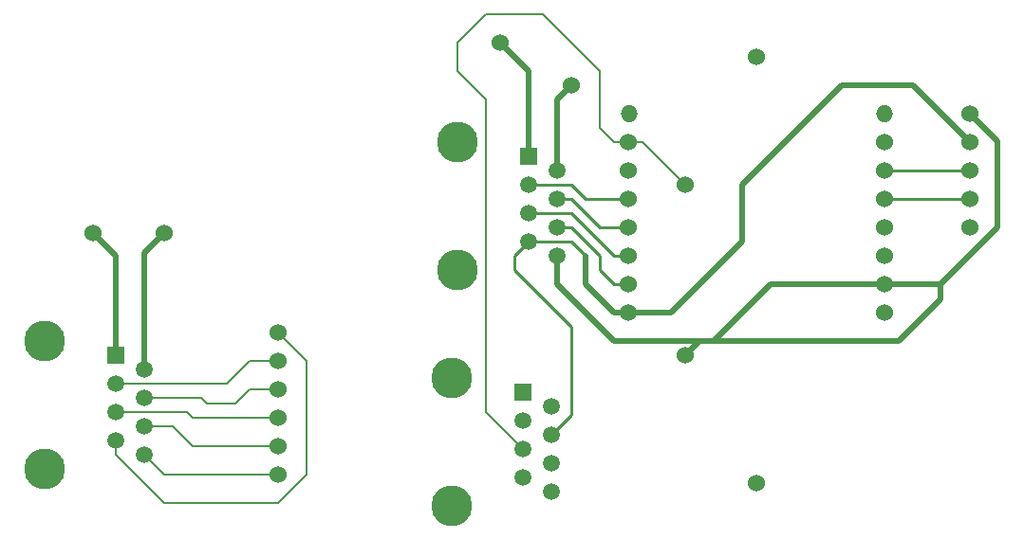
<source format=gbl>
%TF.GenerationSoftware,KiCad,Pcbnew,(6.0.8-1)-1*%
%TF.CreationDate,2023-05-11T15:02:42-07:00*%
%TF.ProjectId,rainus2.0,7261696e-7573-4322-9e30-2e6b69636164,rev?*%
%TF.SameCoordinates,Original*%
%TF.FileFunction,Copper,L2,Bot*%
%TF.FilePolarity,Positive*%
%FSLAX46Y46*%
G04 Gerber Fmt 4.6, Leading zero omitted, Abs format (unit mm)*
G04 Created by KiCad (PCBNEW (6.0.8-1)-1) date 2023-05-11 15:02:42*
%MOMM*%
%LPD*%
G01*
G04 APERTURE LIST*
%TA.AperFunction,ComponentPad*%
%ADD10C,1.524000*%
%TD*%
%TA.AperFunction,WasherPad*%
%ADD11C,3.650000*%
%TD*%
%TA.AperFunction,ComponentPad*%
%ADD12R,1.500000X1.500000*%
%TD*%
%TA.AperFunction,ComponentPad*%
%ADD13C,1.500000*%
%TD*%
%TA.AperFunction,ComponentPad*%
%ADD14O,1.524000X1.524000*%
%TD*%
%TA.AperFunction,Conductor*%
%ADD15C,0.200000*%
%TD*%
%TA.AperFunction,Conductor*%
%ADD16C,0.250000*%
%TD*%
%TA.AperFunction,Conductor*%
%ADD17C,0.500000*%
%TD*%
G04 APERTURE END LIST*
D10*
%TO.P,,1*%
%TO.N,N/C*%
X118618750Y-104657500D03*
%TD*%
%TO.P,,1*%
%TO.N,N/C*%
X118618750Y-97037500D03*
%TD*%
%TO.P,,1*%
%TO.N,N/C*%
X180340000Y-72390000D03*
%TD*%
%TO.P,,1*%
%TO.N,N/C*%
X118618750Y-91957500D03*
%TD*%
%TO.P,,1*%
%TO.N,N/C*%
X138430000Y-66040000D03*
%TD*%
%TO.P,,1*%
%TO.N,N/C*%
X180340000Y-77470000D03*
%TD*%
%TO.P,,1*%
%TO.N,N/C*%
X118618750Y-102117500D03*
%TD*%
D11*
%TO.P,REF\u002A\u002A,*%
%TO.N,*%
X134620000Y-86360000D03*
X134620000Y-74930000D03*
D12*
%TO.P,REF\u002A\u002A,1*%
%TO.N,N/C*%
X140970000Y-76200000D03*
D13*
%TO.P,REF\u002A\u002A,2*%
X143510000Y-77470000D03*
%TO.P,REF\u002A\u002A,3*%
X140970000Y-78740000D03*
%TO.P,REF\u002A\u002A,4*%
X143510000Y-80010000D03*
%TO.P,REF\u002A\u002A,5*%
X140970000Y-81280000D03*
%TO.P,REF\u002A\u002A,6*%
X143510000Y-82550000D03*
%TO.P,REF\u002A\u002A,7*%
X140970000Y-83820000D03*
%TO.P,REF\u002A\u002A,8*%
X143510000Y-85090000D03*
%TD*%
D10*
%TO.P,,1*%
%TO.N,N/C*%
X180340000Y-80010000D03*
%TD*%
%TO.P,,1*%
%TO.N,N/C*%
X102108750Y-83067500D03*
%TD*%
%TO.P,,1*%
%TO.N,N/C*%
X118618750Y-99577500D03*
%TD*%
%TO.P,REF\u002A\u002A,1*%
%TO.N,N/C*%
X161290000Y-67310000D03*
%TO.P,REF\u002A\u002A,2*%
X161290000Y-105410000D03*
%TO.P,REF\u002A\u002A,5*%
X172720000Y-74930000D03*
%TO.P,REF\u002A\u002A,6*%
X172720000Y-77470000D03*
%TO.P,REF\u002A\u002A,7*%
X172720000Y-80010000D03*
%TO.P,REF\u002A\u002A,8*%
X172720000Y-82550000D03*
%TO.P,REF\u002A\u002A,9*%
X172720000Y-85090000D03*
%TO.P,REF\u002A\u002A,10*%
X172720000Y-87630000D03*
%TO.P,REF\u002A\u002A,11*%
X172720000Y-90170000D03*
D14*
%TO.P,REF\u002A\u002A,12*%
X149890000Y-72390000D03*
D10*
%TO.P,REF\u002A\u002A,13*%
X149860000Y-74930000D03*
%TO.P,REF\u002A\u002A,14*%
X149860000Y-77470000D03*
%TO.P,REF\u002A\u002A,15*%
X149860000Y-80010000D03*
%TO.P,REF\u002A\u002A,16*%
X149860000Y-82550000D03*
%TO.P,REF\u002A\u002A,17*%
X149860000Y-85090000D03*
%TO.P,REF\u002A\u002A,18*%
X149860000Y-87630000D03*
%TO.P,REF\u002A\u002A,19*%
X149860000Y-90170000D03*
D14*
%TO.P,REF\u002A\u002A,20*%
X172720000Y-72390000D03*
%TD*%
D10*
%TO.P,,1*%
%TO.N,N/C*%
X180340000Y-82550000D03*
%TD*%
D11*
%TO.P,REF\u002A\u002A,*%
%TO.N,*%
X97798750Y-104140000D03*
X97798750Y-92710000D03*
D12*
%TO.P,REF\u002A\u002A,1*%
%TO.N,N/C*%
X104148750Y-93980000D03*
D13*
%TO.P,REF\u002A\u002A,2*%
X106688750Y-95250000D03*
%TO.P,REF\u002A\u002A,3*%
X104148750Y-96520000D03*
%TO.P,REF\u002A\u002A,4*%
X106688750Y-97790000D03*
%TO.P,REF\u002A\u002A,5*%
X104148750Y-99060000D03*
%TO.P,REF\u002A\u002A,6*%
X106688750Y-100330000D03*
%TO.P,REF\u002A\u002A,7*%
X104148750Y-101600000D03*
%TO.P,REF\u002A\u002A,8*%
X106688750Y-102870000D03*
%TD*%
D10*
%TO.P,,1*%
%TO.N,N/C*%
X108458750Y-83067500D03*
%TD*%
D11*
%TO.P,REF\u002A\u002A,*%
%TO.N,*%
X134120000Y-107432500D03*
X134120000Y-96002500D03*
D12*
%TO.P,REF\u002A\u002A,1*%
%TO.N,N/C*%
X140470000Y-97272500D03*
D13*
%TO.P,REF\u002A\u002A,2*%
X143010000Y-98542500D03*
%TO.P,REF\u002A\u002A,3*%
X140470000Y-99812500D03*
%TO.P,REF\u002A\u002A,4*%
X143010000Y-101082500D03*
%TO.P,REF\u002A\u002A,5*%
X140470000Y-102352500D03*
%TO.P,REF\u002A\u002A,6*%
X143010000Y-103622500D03*
%TO.P,REF\u002A\u002A,7*%
X140470000Y-104892500D03*
%TO.P,REF\u002A\u002A,8*%
X143010000Y-106162500D03*
%TD*%
D10*
%TO.P,,1*%
%TO.N,N/C*%
X154940000Y-78740000D03*
%TD*%
%TO.P,,1*%
%TO.N,N/C*%
X118618750Y-94497500D03*
%TD*%
%TO.P,,1*%
%TO.N,N/C*%
X154940000Y-93980000D03*
%TD*%
%TO.P,,1*%
%TO.N,N/C*%
X144780000Y-69850000D03*
%TD*%
%TO.P,,1*%
%TO.N,N/C*%
X180340000Y-74930000D03*
%TD*%
D15*
%TO.N,*%
X147320000Y-68580000D02*
X142240000Y-63500000D01*
X116078750Y-94497500D02*
X118618750Y-94497500D01*
X114056250Y-96520000D02*
X116078750Y-94497500D01*
X151130000Y-74930000D02*
X154940000Y-78740000D01*
D16*
X144780000Y-91440000D02*
X144780000Y-99312500D01*
X149860000Y-82550000D02*
X147320000Y-82550000D01*
X149860000Y-85090000D02*
X148590000Y-85090000D01*
X147320000Y-82550000D02*
X144780000Y-80010000D01*
D15*
X137177500Y-99060000D02*
X140470000Y-102352500D01*
X114808750Y-98307500D02*
X116078750Y-97037500D01*
D16*
X148590000Y-85090000D02*
X144780000Y-81280000D01*
D15*
X106688750Y-102870000D02*
X108476250Y-104657500D01*
D17*
X154940000Y-93980000D02*
X156210000Y-92710000D01*
X168910000Y-69850000D02*
X160020000Y-78740000D01*
X108458750Y-83067500D02*
X106688750Y-84837500D01*
D15*
X134620000Y-68580000D02*
X137160000Y-71120000D01*
D16*
X149860000Y-80010000D02*
X146050000Y-80010000D01*
X147320000Y-85090000D02*
X144780000Y-82550000D01*
D15*
X121158750Y-94497500D02*
X118618750Y-91957500D01*
X104148750Y-101600000D02*
X104148750Y-102887500D01*
D16*
X146050000Y-85090000D02*
X144780000Y-83820000D01*
D15*
X111751250Y-97790000D02*
X112268750Y-98307500D01*
D17*
X177675000Y-89025000D02*
X173990000Y-92710000D01*
D15*
X137160000Y-71120000D02*
X137160000Y-99060000D01*
D16*
X144780000Y-99312500D02*
X143010000Y-101082500D01*
D17*
X143510000Y-71120000D02*
X143510000Y-77470000D01*
D16*
X172720000Y-80010000D02*
X180340000Y-80010000D01*
X148590000Y-87630000D02*
X147320000Y-86360000D01*
D15*
X108458750Y-107197500D02*
X118618750Y-107197500D01*
D17*
X177675000Y-87630000D02*
X172720000Y-87630000D01*
D15*
X137160000Y-99060000D02*
X137177500Y-99060000D01*
X110481250Y-99060000D02*
X110998750Y-99577500D01*
D16*
X139700000Y-85090000D02*
X139700000Y-86360000D01*
D17*
X177675000Y-87630000D02*
X177675000Y-89025000D01*
X153670000Y-90170000D02*
X149860000Y-90170000D01*
X180340000Y-74930000D02*
X175260000Y-69850000D01*
X160020000Y-78740000D02*
X160020000Y-83820000D01*
D16*
X139700000Y-86360000D02*
X144780000Y-91440000D01*
D15*
X121158750Y-104657500D02*
X121158750Y-94497500D01*
X112268750Y-98307500D02*
X114808750Y-98307500D01*
D16*
X144780000Y-80010000D02*
X143510000Y-80010000D01*
D17*
X162560000Y-87630000D02*
X157480000Y-92710000D01*
D15*
X116078750Y-97037500D02*
X118618750Y-97037500D01*
X134620000Y-66040000D02*
X134620000Y-68580000D01*
X118618750Y-107197500D02*
X121158750Y-104657500D01*
D16*
X147320000Y-86360000D02*
X147320000Y-85090000D01*
D15*
X142240000Y-63500000D02*
X137160000Y-63500000D01*
D17*
X106688750Y-84837500D02*
X106688750Y-95250000D01*
X146050000Y-87630000D02*
X146050000Y-85090000D01*
D16*
X144780000Y-78740000D02*
X140970000Y-78740000D01*
X146050000Y-80010000D02*
X144780000Y-78740000D01*
D17*
X138430000Y-66040000D02*
X140970000Y-68580000D01*
X160020000Y-83820000D02*
X153670000Y-90170000D01*
D15*
X149860000Y-74930000D02*
X148590000Y-74930000D01*
X106688750Y-97790000D02*
X111751250Y-97790000D01*
X149860000Y-74930000D02*
X151130000Y-74930000D01*
D17*
X102108750Y-83067500D02*
X104148750Y-85107500D01*
X175260000Y-69850000D02*
X168910000Y-69850000D01*
X182755000Y-74805000D02*
X182755000Y-82550000D01*
D16*
X144780000Y-83820000D02*
X140970000Y-83820000D01*
D15*
X104148750Y-102887500D02*
X108458750Y-107197500D01*
D17*
X172720000Y-87630000D02*
X162560000Y-87630000D01*
X148590000Y-92710000D02*
X143510000Y-87630000D01*
X143510000Y-87630000D02*
X143510000Y-85090000D01*
D15*
X104148750Y-96520000D02*
X114056250Y-96520000D01*
X109211250Y-100330000D02*
X110998750Y-102117500D01*
D17*
X182755000Y-82550000D02*
X177675000Y-87630000D01*
D16*
X140970000Y-83820000D02*
X139700000Y-85090000D01*
D17*
X173990000Y-92710000D02*
X157480000Y-92710000D01*
X156210000Y-92710000D02*
X148590000Y-92710000D01*
D16*
X144780000Y-81280000D02*
X140970000Y-81280000D01*
D15*
X110998750Y-99577500D02*
X118618750Y-99577500D01*
X137160000Y-63500000D02*
X134620000Y-66040000D01*
D17*
X157480000Y-92710000D02*
X156210000Y-92710000D01*
D15*
X106688750Y-100330000D02*
X109211250Y-100330000D01*
D17*
X148590000Y-90170000D02*
X146050000Y-87630000D01*
X104148750Y-85107500D02*
X104148750Y-93980000D01*
D16*
X144780000Y-82550000D02*
X143510000Y-82550000D01*
X172720000Y-77470000D02*
X180340000Y-77470000D01*
D17*
X140970000Y-68580000D02*
X140970000Y-76200000D01*
D15*
X110998750Y-102117500D02*
X118618750Y-102117500D01*
D17*
X144780000Y-69850000D02*
X143510000Y-71120000D01*
D15*
X147320000Y-73660000D02*
X147320000Y-68580000D01*
D17*
X149860000Y-90170000D02*
X148590000Y-90170000D01*
X180340000Y-72390000D02*
X182755000Y-74805000D01*
D15*
X108476250Y-104657500D02*
X118618750Y-104657500D01*
D16*
X149860000Y-87630000D02*
X148590000Y-87630000D01*
D15*
X104148750Y-99060000D02*
X110481250Y-99060000D01*
X148590000Y-74930000D02*
X147320000Y-73660000D01*
%TD*%
M02*

</source>
